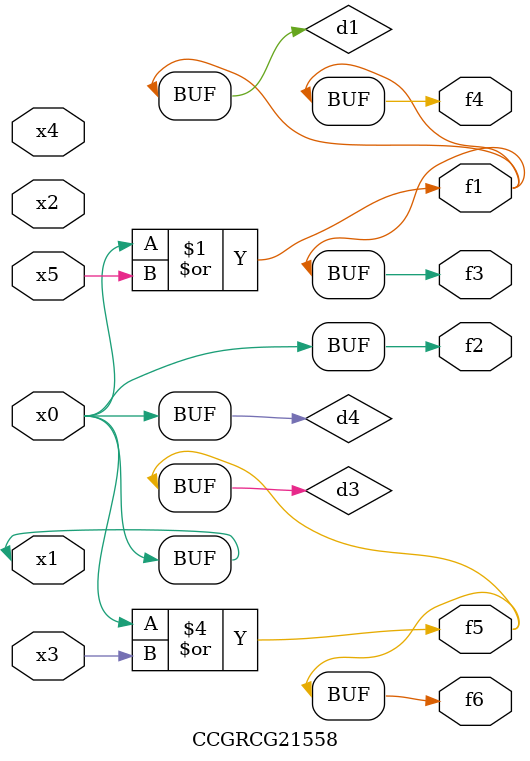
<source format=v>
module CCGRCG21558(
	input x0, x1, x2, x3, x4, x5,
	output f1, f2, f3, f4, f5, f6
);

	wire d1, d2, d3, d4;

	or (d1, x0, x5);
	xnor (d2, x1, x4);
	or (d3, x0, x3);
	buf (d4, x0, x1);
	assign f1 = d1;
	assign f2 = d4;
	assign f3 = d1;
	assign f4 = d1;
	assign f5 = d3;
	assign f6 = d3;
endmodule

</source>
